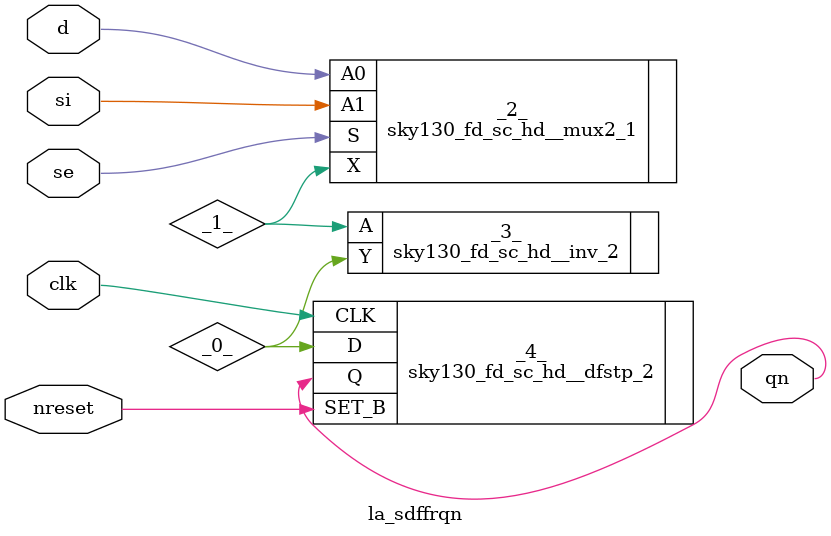
<source format=v>

module la_sdffrqn(d, si, se, clk, nreset, qn);
  wire _0_;
  wire _1_;
  input clk;
  input d;
  input nreset;
  output qn;
  input se;
  input si;
  sky130_fd_sc_hd__mux2_1 _2_ (
    .A0(d),
    .A1(si),
    .S(se),
    .X(_1_)
  );
  sky130_fd_sc_hd__inv_2 _3_ (
    .A(_1_),
    .Y(_0_)
  );
  sky130_fd_sc_hd__dfstp_2 _4_ (
    .CLK(clk),
    .D(_0_),
    .Q(qn),
    .SET_B(nreset)
  );
endmodule

</source>
